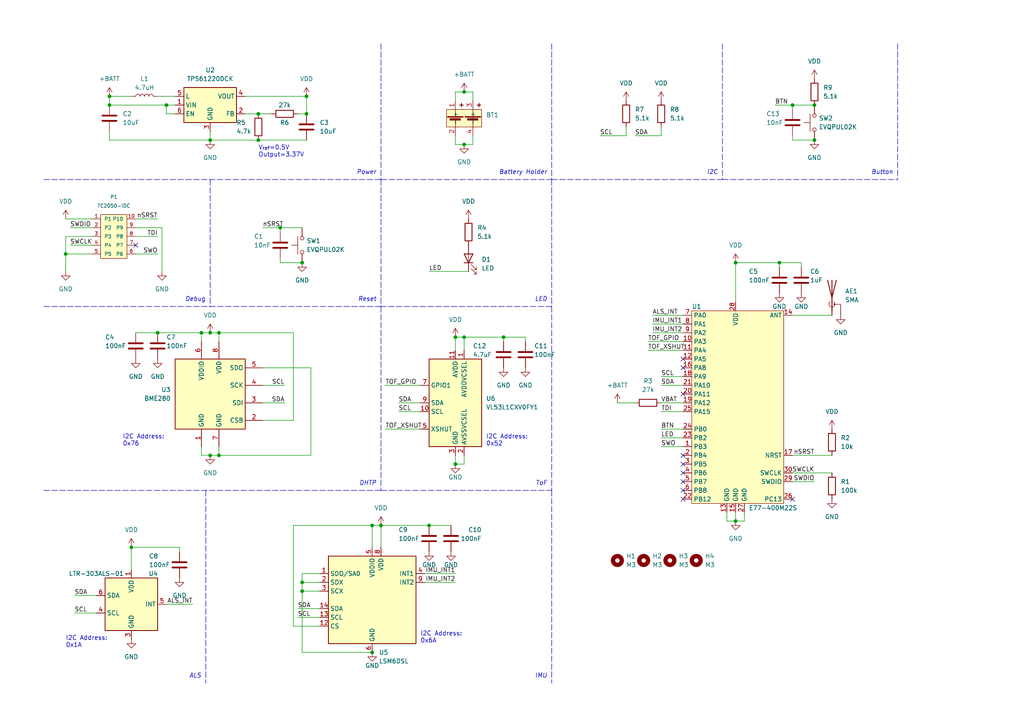
<source format=kicad_sch>
(kicad_sch (version 20230121) (generator eeschema)
  (paper "A4")
  (title_block (title "Pudding_LWNode") (date "2023-06-27") (rev "A0") (company "Pudding Industries"))
  (lib_symbols
    (symbol "Device:Antenna_Shield" (pin_numbers hide) (pin_names (offset 1.016) hide)
      (property "Reference" "AE" (at -1.905 4.445 0))
      (property "Value" "Antenna_Shield" (at -1.905 2.54 0))
      (symbol "Antenna_Shield_0_1"
        (arc (start -0.508 -1.143) (mid -0.8429 -2.1194) (end 0 -2.667))
        (arc (start 0 -2.667) (mid 0.7989 -2.1052) (end 0.508 -1.143))
        (polyline (pts (xy 0 -2.54) (xy 0 0)))
        (polyline (pts (xy 0 5.08) (xy 0 -3.81)) (stroke (width 0.254)))
        (polyline (pts (xy 0.762 -1.905) (xy 2.54 -1.905)))
        (polyline (pts (xy 2.54 -2.54) (xy 2.54 -1.905)))
        (polyline (pts (xy 1.27 5.08) (xy 0 0) (xy -1.27 5.08)) (stroke (width 0.254)))
        (circle (center 0.762 -1.905) (radius 0.1778) (fill (type outline)))
      )
      (symbol "Antenna_Shield_1_1"
        (pin input line (at 0 -5.08 90) (length 2.54) (name "A") (number "1"))
        (pin input line (at 2.54 -5.08 90) (length 2.54) (name "Shield") (number "2"))
      )
    )
    (symbol "Device:C" (pin_numbers hide) (pin_names (offset 0.254))
      (property "Reference" "C" (at 0.635 2.54 0))
      (property "Value" "C" (at 0.635 -2.54 0))
      (symbol "C_0_1"
        (polyline (pts (xy -2.032 -0.762) (xy 2.032 -0.762)) (stroke (width 0.508)))
        (polyline (pts (xy -2.032 0.762) (xy 2.032 0.762)) (stroke (width 0.508)))
      )
      (symbol "C_1_1"
        (pin passive line (at 0 3.81 270) (length 2.794) (name "~") (number "1"))
        (pin passive line (at 0 -3.81 90) (length 2.794) (name "~") (number "2"))
      )
    )
    (symbol "Device:L" (pin_numbers hide) (pin_names (offset 1.016) hide)
      (property "Reference" "L" (at -1.27 0 90))
      (property "Value" "L" (at 1.905 0 90))
      (symbol "L_0_1"
        (arc (start 0 -2.54) (mid 0.6323 -1.905) (end 0 -1.27))
        (arc (start 0 -1.27) (mid 0.6323 -0.635) (end 0 0))
        (arc (start 0 0) (mid 0.6323 0.635) (end 0 1.27))
        (arc (start 0 1.27) (mid 0.6323 1.905) (end 0 2.54))
      )
      (symbol "L_1_1"
        (pin passive line (at 0 3.81 270) (length 1.27) (name "1") (number "1"))
        (pin passive line (at 0 -3.81 90) (length 1.27) (name "2") (number "2"))
      )
    )
    (symbol "Device:LED" (pin_numbers hide) (pin_names (offset 1.016) hide)
      (property "Reference" "D" (at 0 2.54 0))
      (property "Value" "LED" (at 0 -2.54 0))
      (symbol "LED_0_1"
        (polyline (pts (xy -1.27 -1.27) (xy -1.27 1.27)) (stroke (width 0.254)))
        (polyline (pts (xy -1.27 0) (xy 1.27 0)))
        (polyline (pts (xy 1.27 -1.27) (xy 1.27 1.27) (xy -1.27 0) (xy 1.27 -1.27)) (stroke (width 0.254)))
        (polyline (pts (xy -3.048 -0.762) (xy -4.572 -2.286) (xy -3.81 -2.286) (xy -4.572 -2.286) (xy -4.572 -1.524)))
        (polyline (pts (xy -1.778 -0.762) (xy -3.302 -2.286) (xy -2.54 -2.286) (xy -3.302 -2.286) (xy -3.302 -1.524)))
      )
      (symbol "LED_1_1"
        (pin passive line (at -3.81 0 0) (length 2.54) (name "K") (number "1"))
        (pin passive line (at 3.81 0 180) (length 2.54) (name "A") (number "2"))
      )
    )
    (symbol "Device:R" (pin_numbers hide) (pin_names (offset 0))
      (property "Reference" "R" (at 2.032 0 90))
      (property "Value" "R" (at 0 0 90))
      (symbol "R_0_1"
        (rectangle (start -1.016 -2.54) (end 1.016 2.54) (stroke (width 0.254)))
      )
      (symbol "R_1_1"
        (pin passive line (at 0 3.81 270) (length 1.27) (name "~") (number "1"))
        (pin passive line (at 0 -3.81 90) (length 1.27) (name "~") (number "2"))
      )
    )
    (symbol "Device_Local:Battery_AA_2Pack" (in_bom no) (on_board no)
      (property "Reference" "BT" (at 0 6.35 0))
      (symbol "Battery_AA_2Pack_0_1"
        (rectangle (start -4.826 0.508) (end -0.254 0.254) (fill (type outline)))
        (rectangle (start -4.1148 -0.0762) (end -1.0668 -0.5842) (fill (type outline)))
        (polyline (pts (xy -2.54 -0.508) (xy -2.54 -2.54)))
        (polyline (pts (xy -2.54 0.508) (xy -2.54 2.54)))
        (polyline (pts (xy -1.27 3.81) (xy -0.254 3.81)) (stroke (width 0.254)))
        (polyline (pts (xy -0.762 4.318) (xy -0.762 3.302)) (stroke (width 0.254)))
        (polyline (pts (xy 2.54 -0.508) (xy 2.54 -2.54)))
        (polyline (pts (xy 2.54 0.508) (xy 2.54 2.54)))
        (polyline (pts (xy 3.81 3.81) (xy 4.826 3.81)) (stroke (width 0.254)))
        (polyline (pts (xy 4.318 4.318) (xy 4.318 3.302)) (stroke (width 0.254)))
        (rectangle (start 0.254 0.508) (end 4.826 0.254) (fill (type outline)))
        (rectangle (start 0.9652 -0.0762) (end 4.0132 -0.5842) (fill (type outline)))
      )
      (symbol "Battery_AA_2Pack_1_1"
        (rectangle (start -5.08 2.54) (end 5.08 -2.54) (fill (type background)))
        (pin passive line (at -2.54 5.08 270) (length 2.54) (name "+") (number "1"))
        (pin passive line (at -2.54 -5.08 90) (length 2.54) (name "-") (number "2"))
        (pin passive line (at 2.54 5.08 270) (length 2.54) (name "+") (number "3"))
        (pin passive line (at 2.54 -5.08 90) (length 2.54) (name "-") (number "4"))
      )
    )
    (symbol "Mechanical:MountingHole" (pin_names (offset 1.016))
      (property "Reference" "H" (at 0 5.08 0))
      (property "Value" "MountingHole" (at 0 3.175 0))
      (symbol "MountingHole_0_1"
        (circle (center 0 0) (radius 1.27) (stroke (width 1.27)))
      )
    )
    (symbol "RF_Module_Local:E77-400M22S"
      (property "Reference" "U" (at -11.43 27.94 0))
      (symbol "E77-400M22S_0_0"
        (pin tri_state line (at -15.24 -12.7 0) (length 2.54) (name "PB3") (number "1"))
        (pin tri_state line (at -15.24 17.78 0) (length 2.54) (name "PA3") (number "10"))
        (pin tri_state line (at -15.24 15.24 0) (length 2.54) (name "PA4") (number "11"))
        (pin tri_state line (at -15.24 12.7 0) (length 2.54) (name "PA5") (number "12"))
        (pin power_in line (at -2.54 -31.75 90) (length 2.54) (name "GND") (number "13"))
        (pin passive line (at 16.51 25.4 180) (length 2.54) (name "ANT") (number "14"))
        (pin power_in line (at 0 -31.75 90) (length 2.54) (name "GND") (number "15"))
        (pin tri_state line (at -15.24 10.16 0) (length 2.54) (name "PA8") (number "16"))
        (pin input line (at 16.51 -15.24 180) (length 2.54) (name "NRST") (number "17"))
        (pin tri_state line (at -15.24 7.62 0) (length 2.54) (name "PA9") (number "18"))
        (pin tri_state line (at -15.24 0 0) (length 2.54) (name "PA12") (number "19"))
        (pin tri_state line (at -15.24 -15.24 0) (length 2.54) (name "PB4") (number "2"))
        (pin tri_state line (at -15.24 2.54 0) (length 2.54) (name "PA11") (number "20"))
        (pin tri_state line (at -15.24 5.08 0) (length 2.54) (name "PA10") (number "21"))
        (pin tri_state line (at -15.24 -27.94 0) (length 2.54) (name "PB12") (number "22"))
        (pin tri_state line (at -15.24 -10.16 0) (length 2.54) (name "PB2") (number "23"))
        (pin tri_state line (at -15.24 -7.62 0) (length 2.54) (name "PB0") (number "24"))
        (pin tri_state line (at -15.24 -2.54 0) (length 2.54) (name "PA15") (number "25"))
        (pin tri_state line (at 16.51 -27.94 180) (length 2.54) (name "PC13") (number "26"))
        (pin power_in line (at 2.54 -31.75 90) (length 2.54) (name "GND") (number "27"))
        (pin power_in line (at 0 29.21 270) (length 2.54) (name "VDD") (number "28"))
        (pin bidirectional line (at 16.51 -22.86 180) (length 2.54) (name "SWDIO") (number "29"))
        (pin tri_state line (at -15.24 -17.78 0) (length 2.54) (name "PB5") (number "3"))
        (pin input line (at 16.51 -20.32 180) (length 2.54) (name "SWCLK") (number "30"))
        (pin tri_state line (at -15.24 -20.32 0) (length 2.54) (name "PB6") (number "4"))
        (pin tri_state line (at -15.24 -22.86 0) (length 2.54) (name "PB7") (number "5"))
        (pin tri_state line (at -15.24 -25.4 0) (length 2.54) (name "PB8") (number "6"))
        (pin tri_state line (at -15.24 25.4 0) (length 2.54) (name "PA0") (number "7"))
        (pin tri_state line (at -15.24 22.86 0) (length 2.54) (name "PA1") (number "8"))
        (pin tri_state line (at -15.24 20.32 0) (length 2.54) (name "PA2") (number "9"))
      )
      (symbol "E77-400M22S_1_1"
        (rectangle (start -12.7 26.67) (end 13.97 -29.21) (fill (type background)))
      )
    )
    (symbol "Regulator_Switching:TPS61220DCK"
      (property "Reference" "U" (at -7.62 6.35 0))
      (property "Value" "TPS61220DCK" (at 2.54 6.35 0))
      (symbol "TPS61220DCK_0_1"
        (rectangle (start -7.62 5.08) (end 7.62 -5.08) (stroke (width 0.254)) (fill (type background)))
      )
      (symbol "TPS61220DCK_1_1"
        (pin power_in line (at -10.16 0 0) (length 2.54) (name "VIN") (number "1"))
        (pin input line (at 10.16 -2.54 180) (length 2.54) (name "FB") (number "2"))
        (pin power_in line (at 0 -7.62 90) (length 2.54) (name "GND") (number "3"))
        (pin power_out line (at 10.16 2.54 180) (length 2.54) (name "VOUT") (number "4"))
        (pin power_in line (at -10.16 2.54 0) (length 2.54) (name "L") (number "5"))
        (pin input line (at -10.16 -2.54 0) (length 2.54) (name "EN") (number "6"))
      )
    )
    (symbol "Sensor:BME280"
      (property "Reference" "U" (at -8.89 11.43 0))
      (property "Value" "BME280" (at 7.62 11.43 0))
      (symbol "BME280_0_1"
        (rectangle (start -10.16 10.16) (end 10.16 -10.16) (stroke (width 0.254)) (fill (type background)))
      )
      (symbol "BME280_1_1"
        (pin power_in line (at -2.54 -15.24 90) (length 5.08) (name "GND") (number "1"))
        (pin input line (at 15.24 -7.62 180) (length 5.08) (name "CSB") (number "2"))
        (pin bidirectional line (at 15.24 -2.54 180) (length 5.08) (name "SDI") (number "3"))
        (pin input line (at 15.24 2.54 180) (length 5.08) (name "SCK") (number "4"))
        (pin bidirectional line (at 15.24 7.62 180) (length 5.08) (name "SDO") (number "5"))
        (pin power_in line (at -2.54 15.24 270) (length 5.08) (name "VDDIO") (number "6"))
        (pin power_in line (at 2.54 -15.24 90) (length 5.08) (name "GND") (number "7"))
        (pin power_in line (at 2.54 15.24 270) (length 5.08) (name "VDD") (number "8"))
      )
    )
    (symbol "Sensor_Distance:VL53L1CXV0FY1"
      (property "Reference" "U" (at -6.35 13.97 0))
      (property "Value" "VL53L1CXV0FY1" (at 12.065 13.97 0))
      (symbol "VL53L1CXV0FY1_0_1"
        (rectangle (start -7.62 12.7) (end 7.62 -12.7) (stroke (width 0.254)) (fill (type background)))
      )
      (symbol "VL53L1CXV0FY1_1_1"
        (pin power_in line (at 2.54 15.24 270) (length 2.54) (name "AVDDVCSEL") (number "1"))
        (pin input line (at -10.16 -2.54 0) (length 2.54) (name "SCL") (number "10"))
        (pin power_in line (at 0 15.24 270) (length 2.54) (name "AVDD") (number "11"))
        (pin passive line (at 0 -15.24 90) (length 2.54) hide (name "GND") (number "12"))
        (pin power_in line (at 2.54 -15.24 90) (length 2.54) (name "AVSSVCSEL") (number "2"))
        (pin power_in line (at 0 -15.24 90) (length 2.54) (name "GND") (number "3"))
        (pin passive line (at 0 -15.24 90) (length 2.54) hide (name "GND") (number "4"))
        (pin input line (at -10.16 -7.62 0) (length 2.54) (name "XSHUT") (number "5"))
        (pin passive line (at 0 -15.24 90) (length 2.54) hide (name "GND") (number "6"))
        (pin open_collector line (at -10.16 5.08 0) (length 2.54) (name "GPIO1") (number "7"))
        (pin no_connect line (at -7.62 7.62 0) (length 2.54) hide (name "DNC") (number "8"))
        (pin bidirectional line (at -10.16 0 0) (length 2.54) (name "SDA") (number "9"))
      )
    )
    (symbol "Sensor_Motion:LSM6DSL"
      (property "Reference" "U" (at -11.43 15.24 0))
      (property "Value" "LSM6DSL" (at -11.43 12.7 0))
      (symbol "LSM6DSL_0_1"
        (rectangle (start -12.7 12.7) (end 12.7 -12.7) (stroke (width 0.254)) (fill (type background)))
      )
      (symbol "LSM6DSL_1_1"
        (pin bidirectional line (at -15.24 7.62 0) (length 2.54) (name "SDO/SA0") (number "1"))
        (pin no_connect line (at 12.7 -5.08 180) (length 3.81) hide (name "NC") (number "10"))
        (pin no_connect line (at 12.7 -2.54 180) (length 3.81) hide (name "NC") (number "11"))
        (pin input line (at -15.24 -7.62 0) (length 2.54) (name "CS") (number "12"))
        (pin input line (at -15.24 -5.08 0) (length 2.54) (name "SCL") (number "13"))
        (pin bidirectional line (at -15.24 -2.54 0) (length 2.54) (name "SDA") (number "14"))
        (pin bidirectional line (at -15.24 5.08 0) (length 2.54) (name "SDX") (number "2"))
        (pin input line (at -15.24 2.54 0) (length 2.54) (name "SCX") (number "3"))
        (pin output line (at 15.24 7.62 180) (length 2.54) (name "INT1") (number "4"))
        (pin power_in line (at 0 15.24 270) (length 2.54) (name "VDDIO") (number "5"))
        (pin power_in line (at 0 -15.24 90) (length 2.54) (name "GND") (number "6"))
        (pin passive line (at 0 -15.24 90) (length 2.54) hide (name "GND") (number "7"))
        (pin power_in line (at 2.54 15.24 270) (length 2.54) (name "VDD") (number "8"))
        (pin output line (at 15.24 5.08 180) (length 2.54) (name "INT2") (number "9"))
      )
    )
    (symbol "Sensor_Optical:LTR-303ALS-01"
      (property "Reference" "U" (at -7.62 8.89 0))
      (property "Value" "LTR-303ALS-01" (at 1.27 8.89 0))
      (symbol "LTR-303ALS-01_0_1"
        (rectangle (start -7.62 7.62) (end 7.62 -7.62) (stroke (width 0.254)) (fill (type background)))
      )
      (symbol "LTR-303ALS-01_1_1"
        (pin power_in line (at 0 10.16 270) (length 2.54) (name "VDD") (number "1"))
        (pin no_connect line (at 2.54 0 180) (length 2.54) hide (name "NC") (number "2"))
        (pin power_in line (at 0 -10.16 90) (length 2.54) (name "GND") (number "3"))
        (pin input line (at -10.16 -2.54 0) (length 2.54) (name "SCL") (number "4"))
        (pin open_collector line (at 10.16 0 180) (length 2.54) (name "INT") (number "5"))
        (pin bidirectional line (at -10.16 2.54 0) (length 2.54) (name "SDA") (number "6"))
      )
    )
    (symbol "Switch:SW_Push" (pin_numbers hide) (pin_names (offset 1.016) hide)
      (property "Reference" "SW" (at 1.27 2.54 0))
      (property "Value" "SW_Push" (at 0 -1.524 0))
      (symbol "SW_Push_0_1"
        (circle (center -2.032 0) (radius 0.508))
        (polyline (pts (xy 0 1.27) (xy 0 3.048)))
        (polyline (pts (xy 2.54 1.27) (xy -2.54 1.27)))
        (circle (center 2.032 0) (radius 0.508))
        (pin passive line (at -5.08 0 0) (length 2.54) (name "1") (number "1"))
        (pin passive line (at 5.08 0 180) (length 2.54) (name "2") (number "2"))
      )
    )
    (symbol "Tag-Connect:TC2050-IDC" (pin_names (offset 1.016))
      (property "Reference" "P" (at -1.27 -7.62 0))
      (property "Value" "TC2050-IDC" (at 0 7.62 0))
      (symbol "TC2050-IDC_0_1"
        (rectangle (start 3.81 6.35) (end -3.81 -6.35) (fill (type background)))
      )
      (symbol "TC2050-IDC_1_1"
        (pin passive line (at -6.35 5.08 0) (length 2.54) (name "P1") (number "1"))
        (pin passive line (at 6.35 5.08 180) (length 2.54) (name "P10") (number "10"))
        (pin passive line (at -6.35 2.54 0) (length 2.54) (name "P2") (number "2"))
        (pin passive line (at -6.35 0 0) (length 2.54) (name "P3") (number "3"))
        (pin passive line (at -6.35 -2.54 0) (length 2.54) (name "P4") (number "4"))
        (pin passive line (at -6.35 -5.08 0) (length 2.54) (name "P5") (number "5"))
        (pin passive line (at 6.35 -5.08 180) (length 2.54) (name "P6") (number "6"))
        (pin passive line (at 6.35 -2.54 180) (length 2.54) (name "P7") (number "7"))
        (pin passive line (at 6.35 0 180) (length 2.54) (name "P8") (number "8"))
        (pin passive line (at 6.35 2.54 180) (length 2.54) (name "P9") (number "9"))
      )
    )
    (symbol "power:+BATT" (power) (pin_names (offset 0))
      (property "Value" "+BATT" (at 0 3.556 0))
      (symbol "+BATT_0_1"
        (polyline (pts (xy -0.762 1.27) (xy 0 2.54)))
        (polyline (pts (xy 0 0) (xy 0 2.54)))
        (polyline (pts (xy 0 2.54) (xy 0.762 1.27)))
      )
      (symbol "+BATT_1_1"
        (pin power_in line (at 0 0 90) (length 0) hide (name "+BATT") (number "1"))
      )
    )
    (symbol "power:GND" (power) (pin_names (offset 0))
      (property "Value" "GND" (at 0 -3.81 0))
      (symbol "GND_0_1"
        (polyline (pts (xy 0 0) (xy 0 -1.27) (xy 1.27 -1.27) (xy 0 -2.54) (xy -1.27 -1.27) (xy 0 -1.27)))
      )
      (symbol "GND_1_1"
        (pin power_in line (at 0 0 270) (length 0) hide (name "GND") (number "1"))
      )
    )
    (symbol "power:VDD" (power) (pin_names (offset 0))
      (property "Value" "VDD" (at 0 3.81 0))
      (symbol "VDD_0_1"
        (polyline (pts (xy -0.762 1.27) (xy 0 2.54)))
        (polyline (pts (xy 0 0) (xy 0 2.54)))
        (polyline (pts (xy 0 2.54) (xy 0.762 1.27)))
      )
      (symbol "VDD_1_1"
        (pin power_in line (at 0 0 90) (length 0) hide (name "VDD") (number "1"))
      )
    )
  )
  (junction (at 124.46 152.4))
  (junction (at 132.08 97.79))
  (junction (at 31.75 30.48))
  (junction (at 74.93 33.02))
  (junction (at 134.62 41.91))
  (junction (at 229.87 30.48))
  (junction (at 31.75 27.94))
  (junction (at 19.05 73.66))
  (junction (at 63.5 96.52))
  (junction (at 146.05 97.79))
  (junction (at 48.26 30.48))
  (junction (at 45.72 96.52))
  (junction (at 107.95 152.4))
  (junction (at 87.63 171.45))
  (junction (at 88.9 27.94))
  (junction (at 213.36 76.2))
  (junction (at 87.63 168.91))
  (junction (at 134.62 26.67))
  (junction (at 107.95 189.23))
  (junction (at 110.49 152.4))
  (junction (at 236.22 40.64))
  (junction (at 60.96 40.64))
  (junction (at 87.63 76.2))
  (junction (at 81.28 66.04))
  (junction (at 132.08 134.62))
  (junction (at 58.42 96.52))
  (junction (at 38.1 158.75))
  (junction (at 88.9 33.02))
  (junction (at 63.5 132.08))
  (junction (at 134.62 97.79))
  (junction (at 60.96 132.08))
  (junction (at 60.96 96.52))
  (junction (at 74.93 40.64))
  (junction (at 236.22 30.48))
  (junction (at 226.06 76.2))
  (junction (at 213.36 151.13))
  (no_connect (at 198.12 139.7))
  (no_connect (at 198.12 106.68))
  (no_connect (at 198.12 134.62))
  (no_connect (at 198.12 132.08))
  (no_connect (at 198.12 142.24))
  (no_connect (at 229.87 144.78))
  (no_connect (at 198.12 144.78))
  (no_connect (at 198.12 137.16))
  (no_connect (at 198.12 114.3))
  (no_connect (at 39.37 71.12))
  (no_connect (at 198.12 104.14))
  (wire (pts (xy 124.46 78.74) (xy 135.89 78.74)))
  (wire (pts (xy 146.05 97.79) (xy 146.05 99.06)))
  (wire (pts (xy 60.96 38.1) (xy 60.96 40.64)))
  (wire (pts (xy 92.71 181.61) (xy 85.09 181.61)))
  (wire (pts (xy 38.1 158.75) (xy 52.07 158.75)))
  (polyline (pts (xy 260.35 12.7) (xy 260.35 52.07)) (stroke (width 0) (type dash)))
  (polyline (pts (xy 60.96 52.07) (xy 60.96 88.9)) (stroke (width 0) (type dash)))
  (wire (pts (xy 124.46 152.4) (xy 130.81 152.4)))
  (wire (pts (xy 179.07 116.84) (xy 184.15 116.84)))
  (wire (pts (xy 191.77 39.37) (xy 191.77 36.83)))
  (wire (pts (xy 20.32 71.12) (xy 26.67 71.12)))
  (wire (pts (xy 76.2 111.76) (xy 82.55 111.76)))
  (wire (pts (xy 52.07 160.02) (xy 52.07 158.75)))
  (wire (pts (xy 134.62 134.62) (xy 134.62 132.08)))
  (wire (pts (xy 76.2 66.04) (xy 81.28 66.04)))
  (wire (pts (xy 74.93 33.02) (xy 78.74 33.02)))
  (wire (pts (xy 132.08 134.62) (xy 134.62 134.62)))
  (wire (pts (xy 71.12 27.94) (xy 88.9 27.94)))
  (wire (pts (xy 31.75 38.1) (xy 31.75 40.64)))
  (wire (pts (xy 137.16 29.21) (xy 137.16 26.67)))
  (wire (pts (xy 236.22 139.7) (xy 229.87 139.7)))
  (wire (pts (xy 92.71 166.37) (xy 87.63 166.37)))
  (wire (pts (xy 229.87 132.08) (xy 241.3 132.08)))
  (polyline (pts (xy 209.55 52.07) (xy 260.35 52.07)) (stroke (width 0) (type dash)))
  (polyline (pts (xy 110.49 52.07) (xy 160.02 52.07)) (stroke (width 0) (type dash)))
  (wire (pts (xy 198.12 109.22) (xy 191.77 109.22)))
  (wire (pts (xy 173.99 39.37) (xy 181.61 39.37)))
  (wire (pts (xy 191.77 116.84) (xy 198.12 116.84)))
  (wire (pts (xy 229.87 91.44) (xy 241.3 91.44)))
  (wire (pts (xy 58.42 129.54) (xy 58.42 132.08)))
  (wire (pts (xy 187.96 101.6) (xy 198.12 101.6)))
  (polyline (pts (xy 110.49 88.9) (xy 60.96 88.9)) (stroke (width 0) (type dash)))
  (wire (pts (xy 92.71 176.53) (xy 86.36 176.53)))
  (wire (pts (xy 137.16 39.37) (xy 137.16 41.91)))
  (wire (pts (xy 187.96 99.06) (xy 198.12 99.06)))
  (wire (pts (xy 46.99 66.04) (xy 46.99 78.74)))
  (wire (pts (xy 229.87 30.48) (xy 229.87 31.75)))
  (wire (pts (xy 229.87 30.48) (xy 236.22 30.48)))
  (wire (pts (xy 87.63 189.23) (xy 107.95 189.23)))
  (wire (pts (xy 137.16 41.91) (xy 134.62 41.91)))
  (wire (pts (xy 19.05 68.58) (xy 19.05 73.66)))
  (polyline (pts (xy 110.49 12.7) (xy 110.49 52.07)) (stroke (width 0) (type dash)))
  (polyline (pts (xy 12.7 88.9) (xy 60.96 88.9)) (stroke (width 0) (type dash)))
  (wire (pts (xy 63.5 96.52) (xy 60.96 96.52)))
  (wire (pts (xy 20.32 66.04) (xy 26.67 66.04)))
  (wire (pts (xy 123.19 168.91) (xy 132.08 168.91)))
  (wire (pts (xy 152.4 97.79) (xy 152.4 99.06)))
  (polyline (pts (xy 160.02 142.24) (xy 160.02 198.12)) (stroke (width 0) (type dash)))
  (wire (pts (xy 58.42 99.06) (xy 58.42 96.52)))
  (wire (pts (xy 111.76 111.76) (xy 121.92 111.76)))
  (wire (pts (xy 76.2 106.68) (xy 90.17 106.68)))
  (wire (pts (xy 226.06 76.2) (xy 232.41 76.2)))
  (wire (pts (xy 90.17 106.68) (xy 90.17 132.08)))
  (wire (pts (xy 198.12 111.76) (xy 191.77 111.76)))
  (wire (pts (xy 132.08 97.79) (xy 134.62 97.79)))
  (wire (pts (xy 71.12 33.02) (xy 74.93 33.02)))
  (wire (pts (xy 181.61 39.37) (xy 181.61 36.83)))
  (wire (pts (xy 210.82 148.59) (xy 210.82 151.13)))
  (wire (pts (xy 76.2 116.84) (xy 82.55 116.84)))
  (wire (pts (xy 87.63 168.91) (xy 92.71 168.91)))
  (wire (pts (xy 31.75 27.94) (xy 38.1 27.94)))
  (polyline (pts (xy 59.69 142.24) (xy 59.69 198.12)) (stroke (width 0) (type dash)))
  (wire (pts (xy 50.8 33.02) (xy 48.26 33.02)))
  (wire (pts (xy 132.08 97.79) (xy 132.08 101.6)))
  (wire (pts (xy 189.23 93.98) (xy 198.12 93.98)))
  (wire (pts (xy 111.76 124.46) (xy 121.92 124.46)))
  (wire (pts (xy 213.36 151.13) (xy 215.9 151.13)))
  (polyline (pts (xy 160.02 52.07) (xy 209.55 52.07)) (stroke (width 0) (type dash)))
  (wire (pts (xy 132.08 39.37) (xy 132.08 41.91)))
  (wire (pts (xy 85.09 152.4) (xy 107.95 152.4)))
  (wire (pts (xy 189.23 91.44) (xy 198.12 91.44)))
  (wire (pts (xy 45.72 96.52) (xy 58.42 96.52)))
  (polyline (pts (xy 160.02 88.9) (xy 110.49 88.9)) (stroke (width 0) (type dash)))
  (wire (pts (xy 110.49 152.4) (xy 110.49 158.75)))
  (wire (pts (xy 85.09 96.52) (xy 63.5 96.52)))
  (wire (pts (xy 87.63 171.45) (xy 92.71 171.45)))
  (wire (pts (xy 31.75 40.64) (xy 60.96 40.64)))
  (polyline (pts (xy 110.49 52.07) (xy 110.49 88.9)) (stroke (width 0) (type dash)))
  (wire (pts (xy 134.62 97.79) (xy 134.62 101.6)))
  (wire (pts (xy 39.37 63.5) (xy 45.72 63.5)))
  (wire (pts (xy 132.08 132.08) (xy 132.08 134.62)))
  (wire (pts (xy 215.9 151.13) (xy 215.9 148.59)))
  (wire (pts (xy 39.37 68.58) (xy 45.72 68.58)))
  (wire (pts (xy 38.1 158.75) (xy 38.1 165.1)))
  (wire (pts (xy 63.5 132.08) (xy 60.96 132.08)))
  (wire (pts (xy 226.06 76.2) (xy 213.36 76.2)))
  (wire (pts (xy 121.92 116.84) (xy 115.57 116.84)))
  (wire (pts (xy 19.05 63.5) (xy 26.67 63.5)))
  (wire (pts (xy 39.37 66.04) (xy 46.99 66.04)))
  (wire (pts (xy 63.5 99.06) (xy 63.5 96.52)))
  (wire (pts (xy 63.5 129.54) (xy 63.5 132.08)))
  (wire (pts (xy 134.62 97.79) (xy 146.05 97.79)))
  (wire (pts (xy 50.8 30.48) (xy 48.26 30.48)))
  (wire (pts (xy 76.2 121.92) (xy 85.09 121.92)))
  (wire (pts (xy 88.9 27.94) (xy 88.9 33.02)))
  (wire (pts (xy 45.72 27.94) (xy 50.8 27.94)))
  (polyline (pts (xy 110.49 142.24) (xy 160.02 142.24)) (stroke (width 0) (type dash)))
  (wire (pts (xy 48.26 33.02) (xy 48.26 30.48)))
  (wire (pts (xy 48.26 175.26) (xy 55.88 175.26)))
  (wire (pts (xy 226.06 77.47) (xy 226.06 76.2)))
  (wire (pts (xy 110.49 152.4) (xy 124.46 152.4)))
  (wire (pts (xy 19.05 73.66) (xy 26.67 73.66)))
  (wire (pts (xy 39.37 96.52) (xy 45.72 96.52)))
  (wire (pts (xy 224.79 30.48) (xy 229.87 30.48)))
  (wire (pts (xy 146.05 97.79) (xy 152.4 97.79)))
  (wire (pts (xy 58.42 96.52) (xy 60.96 96.52)))
  (polyline (pts (xy 160.02 52.07) (xy 160.02 88.9)) (stroke (width 0) (type dash)))
  (wire (pts (xy 81.28 74.93) (xy 81.28 76.2)))
  (polyline (pts (xy 12.7 52.07) (xy 110.49 52.07)) (stroke (width 0) (type dash)))
  (wire (pts (xy 184.15 39.37) (xy 191.77 39.37)))
  (wire (pts (xy 90.17 132.08) (xy 63.5 132.08)))
  (wire (pts (xy 87.63 171.45) (xy 87.63 189.23)))
  (polyline (pts (xy 160.02 12.7) (xy 160.02 52.07)) (stroke (width 0) (type dash)))
  (wire (pts (xy 132.08 29.21) (xy 132.08 26.67)))
  (wire (pts (xy 229.87 137.16) (xy 241.3 137.16)))
  (wire (pts (xy 191.77 127) (xy 198.12 127)))
  (wire (pts (xy 27.94 177.8) (xy 21.59 177.8)))
  (wire (pts (xy 58.42 132.08) (xy 60.96 132.08)))
  (wire (pts (xy 19.05 68.58) (xy 26.67 68.58)))
  (wire (pts (xy 87.63 166.37) (xy 87.63 168.91)))
  (wire (pts (xy 229.87 40.64) (xy 236.22 40.64)))
  (wire (pts (xy 191.77 124.46) (xy 198.12 124.46)))
  (polyline (pts (xy 160.02 88.9) (xy 160.02 142.24)) (stroke (width 0) (type dash)))
  (wire (pts (xy 198.12 119.38) (xy 191.77 119.38)))
  (wire (pts (xy 123.19 166.37) (xy 132.08 166.37)))
  (wire (pts (xy 137.16 26.67) (xy 134.62 26.67)))
  (wire (pts (xy 60.96 40.64) (xy 74.93 40.64)))
  (polyline (pts (xy 12.7 142.24) (xy 110.49 142.24)) (stroke (width 0) (type dash)))
  (wire (pts (xy 107.95 158.75) (xy 107.95 152.4)))
  (wire (pts (xy 121.92 119.38) (xy 115.57 119.38)))
  (wire (pts (xy 19.05 73.66) (xy 19.05 78.74)))
  (wire (pts (xy 232.41 77.47) (xy 232.41 76.2)))
  (wire (pts (xy 31.75 30.48) (xy 31.75 27.94)))
  (wire (pts (xy 213.36 148.59) (xy 213.36 151.13)))
  (wire (pts (xy 210.82 151.13) (xy 213.36 151.13)))
  (wire (pts (xy 48.26 30.48) (xy 31.75 30.48)))
  (wire (pts (xy 27.94 172.72) (xy 21.59 172.72)))
  (wire (pts (xy 132.08 26.67) (xy 134.62 26.67)))
  (polyline (pts (xy 209.55 12.7) (xy 209.55 52.07)) (stroke (width 0) (type dash)))
  (wire (pts (xy 74.93 40.64) (xy 88.9 40.64)))
  (wire (pts (xy 132.08 41.91) (xy 134.62 41.91)))
  (wire (pts (xy 229.87 39.37) (xy 229.87 40.64)))
  (wire (pts (xy 81.28 76.2) (xy 87.63 76.2)))
  (wire (pts (xy 85.09 181.61) (xy 85.09 152.4)))
  (wire (pts (xy 39.37 73.66) (xy 45.72 73.66)))
  (wire (pts (xy 92.71 179.07) (xy 86.36 179.07)))
  (wire (pts (xy 87.63 168.91) (xy 87.63 171.45)))
  (wire (pts (xy 81.28 66.04) (xy 81.28 67.31)))
  (wire (pts (xy 189.23 96.52) (xy 198.12 96.52)))
  (wire (pts (xy 198.12 129.54) (xy 191.77 129.54)))
  (wire (pts (xy 85.09 121.92) (xy 85.09 96.52)))
  (wire (pts (xy 86.36 33.02) (xy 88.9 33.02)))
  (wire (pts (xy 107.95 152.4) (xy 110.49 152.4)))
  (wire (pts (xy 213.36 76.2) (xy 213.36 87.63)))
  (wire (pts (xy 81.28 66.04) (xy 87.63 66.04)))
  (polyline (pts (xy 110.49 88.9) (xy 110.49 142.24)) (stroke (width 0) (type dash)))
  (text "ALS" (at 58.42 196.85 0) (effects (font (size 1.27 1.27) italic) (justify right bottom)))
  (text "DHTP" (at 109.22 140.97 0) (effects (font (size 1.27 1.27) italic) (justify right bottom)))
  (text "ToF" (at 158.75 140.97 0) (effects (font (size 1.27 1.27) italic) (justify right bottom)))
  (text "I2C Address:\n0x76" (at 35.56 129.54 0) (effects (font (size 1.27 1.27)) (justify left bottom)))
  (text "I2C Address:\n0x1A" (at 19.05 187.96 0) (effects (font (size 1.27 1.27)) (justify left bottom)))
  (text "LED" (at 158.75 87.63 0) (effects (font (size 1.27 1.27) italic) (justify right bottom)))
  (text "V_{ref}=0.5V\nOutput=3.37V" (at 74.93 45.72 0) (effects (font (size 1.27 1.27)) (justify left bottom)))
  (text "I2C" (at 208.28 50.8 0) (effects (font (size 1.27 1.27) italic) (justify right bottom)))
  (text "Battery Holder" (at 158.75 50.8 0) (effects (font (size 1.27 1.27) italic) (justify right bottom)))
  (text "Reset" (at 109.22 87.63 0) (effects (font (size 1.27 1.27) italic) (justify right bottom)))
  (text "Debug" (at 59.69 87.63 0) (effects (font (size 1.27 1.27) italic) (justify right bottom)))
  (text "I2C Address:\n0x6A" (at 121.92 186.69 0) (effects (font (size 1.27 1.27)) (justify left bottom)))
  (text "Power" (at 109.22 50.8 0) (effects (font (size 1.27 1.27) italic) (justify right bottom)))
  (text "I2C Address:\n0x52" (at 140.97 129.54 0) (effects (font (size 1.27 1.27)) (justify left bottom)))
  (text "Button" (at 259.08 50.8 0) (effects (font (size 1.27 1.27) italic) (justify right bottom)))
  (text "IMU" (at 158.75 196.85 0) (effects (font (size 1.27 1.27) italic) (justify right bottom)))
  (label "VBAT" (at 191.77 116.84 0))
  (label "IMU_INT1" (at 132.08 166.37 180))
  (label "IMU_INT1" (at 189.23 93.98 0))
  (label "SCL" (at 115.57 119.38 0))
  (label "BTN" (at 224.79 30.48 0))
  (label "SDA" (at 191.77 111.76 0))
  (label "ALS_INT" (at 55.88 175.26 180))
  (label "SDA" (at 21.59 172.72 0))
  (label "SCL" (at 21.59 177.8 0))
  (label "TDI" (at 191.77 119.38 0))
  (label "SWCLK" (at 236.22 137.16 180))
  (label "IMU_INT2" (at 189.23 96.52 0))
  (label "LED" (at 124.46 78.74 0))
  (label "TOF_XSHUT" (at 111.76 124.46 0))
  (label "SDA" (at 86.36 176.53 0))
  (label "TOF_GPIO" (at 111.76 111.76 0))
  (label "SCL" (at 191.77 109.22 0))
  (label "TOF_XSHUT" (at 187.96 101.6 0))
  (label "SDA" (at 82.55 116.84 180))
  (label "LED" (at 191.77 127 0))
  (label "SWO" (at 191.77 129.54 0))
  (label "BTN" (at 191.77 124.46 0))
  (label "nSRST" (at 236.22 132.08 180))
  (label "SDA" (at 115.57 116.84 0))
  (label "SWCLK" (at 20.32 71.12 0))
  (label "SCL" (at 82.55 111.76 180))
  (label "SWDIO" (at 236.22 139.7 180))
  (label "SWDIO" (at 20.32 66.04 0))
  (label "TOF_GPIO" (at 187.96 99.06 0))
  (label "nSRST" (at 45.72 63.5 180))
  (label "SWO" (at 45.72 73.66 180))
  (label "nSRST" (at 76.2 66.04 0))
  (label "SCL" (at 86.36 179.07 0))
  (label "SDA" (at 184.15 39.37 0))
  (label "TDI" (at 45.72 68.58 180))
  (label "ALS_INT" (at 189.23 91.44 0))
  (label "IMU_INT2" (at 132.08 168.91 180))
  (label "SCL" (at 173.99 39.37 0))
  (symbol (lib_id "Device_Local:Battery_AA_2Pack") (at 134.62 34.29 0) (unit 1)
    (property "Reference" "BT1" (at 140.97 33.3375 0) (effects (justify left)))
    (property "Value" "~" (at 137.16 34.29 0))
    (property "Footprint" "Battery_Local:BH-AA-B5BA015" (effects hide))
  )
  (symbol (lib_id "Device:R") (at 74.93 36.83 0) (unit 1)
    (property "Reference" "R5" (at 68.58 35.56 0) (effects (justify left)))
    (property "Value" "4.7k" (at 68.58 38.1 0) (effects (justify left)))
    (property "Footprint" "Resistor_SMD:R_0603_1608Metric" (effects hide))
  )
  (symbol (lib_id "power:GND") (at 38.1 185.42 0) (mirror y) (unit 1)
    (property "Reference" "#PWR024" (effects hide))
    (property "Value" "GND" (at 38.1 190.5 0))
  )
  (symbol (lib_id "Device:Antenna_Shield") (at 241.3 86.36 0) (unit 1)
    (property "Reference" "AE1" (at 245.11 84.455 0) (effects (justify left)))
    (property "Value" "SMA" (at 245.11 86.995 0) (effects (justify left)))
    (property "Footprint" "Connector_Coaxial:SMA_Samtec_SMA-J-P-X-ST-EM1_EdgeMount" (effects hide))
  )
  (symbol (lib_id "power:GND") (at 232.41 85.09 0) (mirror y) (unit 1)
    (property "Reference" "#PWR020" (effects hide))
    (property "Value" "GND" (at 232.41 88.9 0))
  )
  (symbol (lib_id "Device:C") (at 232.41 81.28 0) (unit 1)
    (property "Reference" "C6" (at 234.95 78.74 0) (effects (justify left)))
    (property "Value" "1uF" (at 234.95 81.28 0) (effects (justify left)))
    (property "Footprint" "Capacitor_SMD:C_0603_1608Metric" (effects hide))
  )
  (symbol (lib_id "Device:C") (at 45.72 100.33 0) (unit 1)
    (property "Reference" "C7" (at 48.26 97.79 0) (effects (justify left)))
    (property "Value" "100nF" (at 48.26 100.33 0) (effects (justify left)))
    (property "Footprint" "Capacitor_SMD:C_0603_1608Metric" (effects hide))
  )
  (symbol (lib_id "Device:R") (at 191.77 33.02 0) (unit 1)
    (property "Reference" "R8" (at 194.31 31.75 0) (effects (justify left)))
    (property "Value" "5.1k" (at 194.31 34.29 0) (effects (justify left)))
    (property "Footprint" "Resistor_SMD:R_0603_1608Metric" (effects hide))
  )
  (symbol (lib_id "power:VDD") (at 236.22 22.86 0) (unit 1)
    (property "Reference" "#PWR037" (effects hide))
    (property "Value" "VDD" (at 236.22 17.78 0))
  )
  (symbol (lib_id "Sensor_Distance:VL53L1CXV0FY1") (at 132.08 116.84 0) (unit 1)
    (property "Reference" "U6" (at 140.97 115.57 0) (effects (justify left)))
    (property "Value" "VL53L1CXV0FY1" (at 140.97 118.11 0) (effects (justify left)))
    (property "Footprint" "Sensor_Distance:ST_VL53L1x" (effects hide))
    (property "Datasheet" "https://www.st.com/resource/en/datasheet/vl53l1x.pdf" (effects hide))
  )
  (symbol (lib_id "Device:R") (at 187.96 116.84 90) (unit 1)
    (property "Reference" "R3" (at 187.96 110.49 90))
    (property "Value" "27k" (at 187.96 113.03 90))
    (property "Footprint" "Resistor_SMD:R_0603_1608Metric" (effects hide))
  )
  (symbol (lib_id "power:GND") (at 130.81 160.02 0) (mirror y) (unit 1)
    (property "Reference" "#PWR029" (effects hide))
    (property "Value" "GND" (at 130.81 163.83 0))
  )
  (symbol (lib_id "Device:C") (at 52.07 163.83 0) (unit 1)
    (property "Reference" "C8" (at 43.18 161.29 0) (effects (justify left)))
    (property "Value" "100nF" (at 43.18 163.83 0) (effects (justify left)))
    (property "Footprint" "Capacitor_SMD:C_0603_1608Metric" (effects hide))
  )
  (symbol (lib_id "power:GND") (at 60.96 40.64 0) (unit 1)
    (property "Reference" "#PWR013" (effects hide))
    (property "Value" "GND" (at 60.96 45.72 0))
  )
  (symbol (lib_id "power:VDD") (at 181.61 29.21 0) (unit 1)
    (property "Reference" "#PWR034" (effects hide))
    (property "Value" "VDD" (at 181.61 24.13 0))
  )
  (symbol (lib_id "power:VDD") (at 88.9 27.94 0) (unit 1)
    (property "Reference" "#PWR014" (effects hide))
    (property "Value" "VDD" (at 88.9 22.86 0))
  )
  (symbol (lib_id "power:VDD") (at 132.08 97.79 0) (mirror y) (unit 1)
    (property "Reference" "#PWR031" (effects hide))
    (property "Value" "VDD" (at 132.08 92.71 0))
  )
  (symbol (lib_id "Tag-Connect:TC2050-IDC") (at 33.02 68.58 0) (unit 1)
    (property "Reference" "P1" (at 33.02 57.15 0) (effects (font (size 1.016 1.016))))
    (property "Value" "TC2050-IDC" (at 33.02 59.69 0) (effects (font (size 1.016 1.016))))
    (property "Footprint" "Tag_Connect:TC2050-IDC-FP" (effects hide))
  )
  (symbol (lib_id "Device:C") (at 229.87 35.56 0) (unit 1)
    (property "Reference" "C13" (at 222.25 33.02 0) (effects (justify left)))
    (property "Value" "10nF" (at 222.25 35.56 0) (effects (justify left)))
    (property "Footprint" "Capacitor_SMD:C_0603_1608Metric" (effects hide))
  )
  (symbol (lib_id "Device:C") (at 130.81 156.21 0) (mirror y) (unit 1)
    (property "Reference" "C10" (at 139.7 153.67 0) (effects (justify left)))
    (property "Value" "100nF" (at 139.7 156.21 0) (effects (justify left)))
    (property "Footprint" "Capacitor_SMD:C_0603_1608Metric" (effects hide))
  )
  (symbol (lib_id "power:GND") (at 241.3 144.78 0) (mirror y) (unit 1)
    (property "Reference" "#PWR06" (effects hide))
    (property "Value" "GND" (at 241.3 149.86 0))
  )
  (symbol (lib_id "power:GND") (at 146.05 106.68 0) (mirror y) (unit 1)
    (property "Reference" "#PWR033" (effects hide))
    (property "Value" "GND" (at 146.05 111.76 0))
  )
  (symbol (lib_id "power:VDD") (at 191.77 29.21 0) (unit 1)
    (property "Reference" "#PWR035" (effects hide))
    (property "Value" "VDD" (at 191.77 24.13 0))
  )
  (symbol (lib_id "power:GND") (at 87.63 76.2 0) (mirror y) (unit 1)
    (property "Reference" "#PWR011" (effects hide))
    (property "Value" "GND" (at 87.63 81.28 0))
  )
  (symbol (lib_id "Device:R") (at 236.22 26.67 0) (unit 1)
    (property "Reference" "R9" (at 238.76 25.4 0) (effects (justify left)))
    (property "Value" "5.1k" (at 238.76 27.94 0) (effects (justify left)))
    (property "Footprint" "Resistor_SMD:R_0603_1608Metric" (effects hide))
  )
  (symbol (lib_id "Mechanical:MountingHole") (at 194.31 162.56 0) (unit 1)
    (property "Reference" "H3" (at 196.85 161.29 0) (effects (justify left)))
    (property "Value" "M3" (at 196.85 163.83 0) (effects (justify left)))
    (property "Footprint" "MountingHole:MountingHole_3.2mm_M3" (effects hide))
  )
  (symbol (lib_id "power:GND") (at 45.72 104.14 0) (mirror y) (unit 1)
    (property "Reference" "#PWR019" (effects hide))
    (property "Value" "GND" (at 45.72 109.22 0))
  )
  (symbol (lib_id "Device:C") (at 152.4 102.87 0) (unit 1)
    (property "Reference" "C11" (at 154.94 100.33 0) (effects (justify left)))
    (property "Value" "100nF" (at 154.94 102.87 0) (effects (justify left)))
    (property "Footprint" "Capacitor_SMD:C_0603_1608Metric" (effects hide))
  )
  (symbol (lib_id "power:GND") (at 213.36 151.13 0) (mirror y) (unit 1)
    (property "Reference" "#PWR02" (effects hide))
    (property "Value" "GND" (at 213.36 156.21 0))
  )
  (symbol (lib_id "power:VDD") (at 110.49 152.4 0) (unit 1)
    (property "Reference" "#PWR026" (effects hide))
    (property "Value" "VDD" (at 110.49 147.32 0))
  )
  (symbol (lib_id "Device:C") (at 124.46 156.21 0) (unit 1)
    (property "Reference" "C9" (at 115.57 153.67 0) (effects (justify left)))
    (property "Value" "100nF" (at 115.57 156.21 0) (effects (justify left)))
    (property "Footprint" "Capacitor_SMD:C_0603_1608Metric" (effects hide))
  )
  (symbol (lib_id "Sensor_Optical:LTR-303ALS-01") (at 38.1 175.26 0) (unit 1)
    (property "Reference" "U4" (at 44.45 166.37 0))
    (property "Value" "LTR-303ALS-01" (at 27.94 166.37 0))
    (property "Footprint" "OptoDevice:Lite-On_LTR-303ALS-01" (effects hide))
    (property "Datasheet" "http://optoelectronics.liteon.com/upload/download/DS86-2013-0004/LTR-303ALS-01_DS_V1.pdf" (effects hide))
  )
  (symbol (lib_id "Device:L") (at 41.91 27.94 90) (unit 1)
    (property "Reference" "L1" (at 41.91 22.86 90))
    (property "Value" "4.7uH" (at 41.91 25.4 90))
    (property "Footprint" "Inductor_SMD:L_1210_3225Metric" (effects hide))
  )
  (symbol (lib_id "Switch:SW_Push") (at 236.22 35.56 90) (unit 1)
    (property "Reference" "SW2" (at 237.49 34.29 90) (effects (justify right)))
    (property "Value" "EVQPUL02K" (at 237.49 36.83 90) (effects (justify right)))
    (property "Footprint" "Button_Switch_SMD:Panasonic_EVQPUL_EVQPUC" (effects hide))
  )
  (symbol (lib_id "power:VDD") (at 135.89 63.5 0) (unit 1)
    (property "Reference" "#PWR010" (effects hide))
    (property "Value" "VDD" (at 135.89 58.42 0))
  )
  (symbol (lib_id "power:VDD") (at 213.36 76.2 0) (unit 1)
    (property "Reference" "#PWR01" (effects hide))
    (property "Value" "VDD" (at 213.36 71.12 0))
  )
  (symbol (lib_id "power:GND") (at 243.84 91.44 0) (mirror y) (unit 1)
    (property "Reference" "#PWR08" (effects hide))
    (property "Value" "GND" (at 243.84 96.52 0))
  )
  (symbol (lib_id "Device:R") (at 181.61 33.02 0) (unit 1)
    (property "Reference" "R7" (at 184.15 31.75 0) (effects (justify left)))
    (property "Value" "5.1k" (at 184.15 34.29 0) (effects (justify left)))
    (property "Footprint" "Resistor_SMD:R_0603_1608Metric" (effects hide))
  )
  (symbol (lib_id "Mechanical:MountingHole") (at 179.07 162.56 0) (unit 1)
    (property "Reference" "H1" (at 181.61 161.29 0) (effects (justify left)))
    (property "Value" "M3" (at 181.61 163.83 0) (effects (justify left)))
    (property "Footprint" "MountingHole:MountingHole_3.2mm_M3" (effects hide))
  )
  (symbol (lib_id "Device:R") (at 82.55 33.02 90) (unit 1)
    (property "Reference" "R6" (at 82.55 35.56 90))
    (property "Value" "27k" (at 82.55 30.48 90))
    (property "Footprint" "Resistor_SMD:R_0603_1608Metric" (effects hide))
  )
  (symbol (lib_id "power:VDD") (at 19.05 63.5 0) (mirror y) (unit 1)
    (property "Reference" "#PWR03" (effects hide))
    (property "Value" "VDD" (at 19.05 58.42 0))
  )
  (symbol (lib_id "Device:C") (at 146.05 102.87 0) (unit 1)
    (property "Reference" "C12" (at 137.16 100.33 0) (effects (justify left)))
    (property "Value" "4.7uF" (at 137.16 102.87 0) (effects (justify left)))
    (property "Footprint" "Capacitor_SMD:C_0603_1608Metric" (effects hide))
  )
  (symbol (lib_id "power:GND") (at 132.08 134.62 0) (unit 1)
    (property "Reference" "#PWR030" (effects hide))
    (property "Value" "GND" (at 132.08 138.43 0))
  )
  (symbol (lib_id "power:VDD") (at 241.3 124.46 0) (unit 1)
    (property "Reference" "#PWR07" (effects hide))
    (property "Value" "VDD" (at 241.3 119.38 0))
  )
  (symbol (lib_id "Device:R") (at 241.3 128.27 0) (unit 1)
    (property "Reference" "R2" (at 243.84 127 0) (effects (justify left)))
    (property "Value" "10k" (at 243.84 129.54 0) (effects (justify left)))
    (property "Footprint" "Resistor_SMD:R_0603_1608Metric" (effects hide))
  )
  (symbol (lib_id "Device:C") (at 226.06 81.28 0) (unit 1)
    (property "Reference" "C5" (at 217.17 78.74 0) (effects (justify left)))
    (property "Value" "100nF" (at 217.17 81.28 0) (effects (justify left)))
    (property "Footprint" "Capacitor_SMD:C_0603_1608Metric" (effects hide))
  )
  (symbol (lib_id "Sensor_Motion:LSM6DSL") (at 107.95 173.99 0) (unit 1)
    (property "Reference" "U5" (at 109.9059 189.23 0) (effects (justify left)))
    (property "Value" "LSM6DSL" (at 109.9059 191.77 0) (effects (justify left)))
    (property "Footprint" "Package_LGA:LGA-14_3x2.5mm_P0.5mm_LayoutBorder3x4y" (effects hide))
    (property "Datasheet" "https://www.st.com/resource/en/datasheet/lsm6dsl.pdf" (effects hide))
  )
  (symbol (lib_id "power:VDD") (at 60.96 96.52 0) (unit 1)
    (property "Reference" "#PWR018" (effects hide))
    (property "Value" "VDD" (at 60.96 91.44 0))
  )
  (symbol (lib_id "power:GND") (at 60.96 132.08 0) (mirror y) (unit 1)
    (property "Reference" "#PWR017" (effects hide))
    (property "Value" "GND" (at 60.96 137.16 0))
  )
  (symbol (lib_id "Device:C") (at 31.75 34.29 0) (unit 1)
    (property "Reference" "C2" (at 35.56 33.02 0) (effects (justify left)))
    (property "Value" "10uF" (at 35.56 35.56 0) (effects (justify left)))
    (property "Footprint" "Capacitor_SMD:C_0603_1608Metric" (effects hide))
  )
  (symbol (lib_id "Mechanical:MountingHole") (at 201.93 162.56 0) (unit 1)
    (property "Reference" "H4" (at 204.47 161.29 0) (effects (justify left)))
    (property "Value" "M3" (at 204.47 163.83 0) (effects (justify left)))
    (property "Footprint" "MountingHole:MountingHole_3.2mm_M3" (effects hide))
  )
  (symbol (lib_id "Device:C") (at 88.9 36.83 0) (unit 1)
    (property "Reference" "C3" (at 92.71 35.56 0) (effects (justify left)))
    (property "Value" "10uF" (at 92.71 38.1 0) (effects (justify left)))
    (property "Footprint" "Capacitor_SMD:C_0603_1608Metric" (effects hide))
  )
  (symbol (lib_id "Device:R") (at 241.3 140.97 0) (unit 1)
    (property "Reference" "R1" (at 243.84 139.7 0) (effects (justify left)))
    (property "Value" "100k" (at 243.84 142.24 0) (effects (justify left)))
    (property "Footprint" "Resistor_SMD:R_0603_1608Metric" (effects hide))
  )
  (symbol (lib_id "power:GND") (at 236.22 40.64 0) (mirror y) (unit 1)
    (property "Reference" "#PWR036" (effects hide))
    (property "Value" "GND" (at 236.22 45.72 0))
  )
  (symbol (lib_id "Device:R") (at 135.89 67.31 0) (unit 1)
    (property "Reference" "R4" (at 138.43 66.04 0) (effects (justify left)))
    (property "Value" "5.1k" (at 138.43 68.58 0) (effects (justify left)))
    (property "Footprint" "Resistor_SMD:R_0603_1608Metric" (effects hide))
  )
  (symbol (lib_id "power:GND") (at 52.07 167.64 0) (mirror y) (unit 1)
    (property "Reference" "#PWR025" (effects hide))
    (property "Value" "GND" (at 52.07 172.72 0))
  )
  (symbol (lib_id "power:+BATT") (at 134.62 26.67 0) (unit 1)
    (property "Reference" "#PWR015" (effects hide))
    (property "Value" "+BATT" (at 134.62 21.59 0))
  )
  (symbol (lib_id "power:VDD") (at 38.1 158.75 0) (unit 1)
    (property "Reference" "#PWR023" (effects hide))
    (property "Value" "VDD" (at 38.1 153.67 0))
  )
  (symbol (lib_id "Device:C") (at 39.37 100.33 0) (unit 1)
    (property "Reference" "C4" (at 30.48 97.79 0) (effects (justify left)))
    (property "Value" "100nF" (at 30.48 100.33 0) (effects (justify left)))
    (property "Footprint" "Capacitor_SMD:C_0603_1608Metric" (effects hide))
  )
  (symbol (lib_id "RF_Module_Local:E77-400M22S") (at 213.36 116.84 0) (unit 1)
    (property "Reference" "U1" (at 200.66 88.9 0) (effects (justify left)))
    (property "Value" "E77-400M22S" (at 217.17 147.32 0) (effects (justify left)))
    (property "Footprint" "RF_Module_Local:E77-400M22S" (effects hide))
  )
  (symbol (lib_id "power:GND") (at 107.95 189.23 0) (mirror y) (unit 1)
    (property "Reference" "#PWR028" (effects hide))
    (property "Value" "GND" (at 107.95 193.04 0))
  )
  (symbol (lib_id "power:GND") (at 124.46 160.02 0) (mirror y) (unit 1)
    (property "Reference" "#PWR027" (effects hide))
    (property "Value" "GND" (at 124.46 163.83 0))
  )
  (symbol (lib_id "power:GND") (at 46.99 78.74 0) (unit 1)
    (property "Reference" "#PWR05" (effects hide))
    (property "Value" "GND" (at 46.99 83.82 0))
  )
  (symbol (lib_id "power:+BATT") (at 179.07 116.84 0) (unit 1)
    (property "Reference" "#PWR09" (effects hide))
    (property "Value" "+BATT" (at 179.07 111.76 0))
  )
  (symbol (lib_id "power:+BATT") (at 31.75 27.94 0) (unit 1)
    (property "Reference" "#PWR012" (effects hide))
    (property "Value" "+BATT" (at 31.75 22.86 0))
  )
  (symbol (lib_id "Switch:SW_Push") (at 87.63 71.12 90) (unit 1)
    (property "Reference" "SW1" (at 88.9 69.85 90) (effects (justify right)))
    (property "Value" "EVQPUL02K" (at 88.9 72.39 90) (effects (justify right)))
    (property "Footprint" "Button_Switch_SMD:Panasonic_EVQPUL_EVQPUC" (effects hide))
  )
  (symbol (lib_id "power:GND") (at 226.06 85.09 0) (mirror y) (unit 1)
    (property "Reference" "#PWR021" (effects hide))
    (property "Value" "GND" (at 226.06 88.9 0))
  )
  (symbol (lib_id "Mechanical:MountingHole") (at 186.69 162.56 0) (unit 1)
    (property "Reference" "H2" (at 189.23 161.29 0) (effects (justify left)))
    (property "Value" "M3" (at 189.23 163.83 0) (effects (justify left)))
    (property "Footprint" "MountingHole:MountingHole_3.2mm_M3" (effects hide))
  )
  (symbol (lib_id "power:GND") (at 134.62 41.91 0) (unit 1)
    (property "Reference" "#PWR016" (effects hide))
    (property "Value" "GND" (at 134.62 46.99 0))
  )
  (symbol (lib_id "Device:LED") (at 135.89 74.93 90) (unit 1)
    (property "Reference" "D1" (at 139.7 75.2475 90) (effects (justify right)))
    (property "Value" "LED" (at 139.7 77.7875 90) (effects (justify right)))
    (property "Footprint" "LED_SMD:LED_0603_1608Metric" (effects hide))
  )
  (symbol (lib_id "power:GND") (at 39.37 104.14 0) (mirror y) (unit 1)
    (property "Reference" "#PWR022" (effects hide))
    (property "Value" "GND" (at 39.37 109.22 0))
  )
  (symbol (lib_id "Regulator_Switching:TPS61220DCK") (at 60.96 30.48 0) (unit 1)
    (property "Reference" "U2" (at 60.96 20.32 0))
    (property "Value" "TPS61220DCK" (at 60.96 22.86 0))
    (property "Footprint" "Package_TO_SOT_SMD:Texas_R-PDSO-G6" (effects hide))
    (property "Datasheet" "http://www.ti.com/lit/ds/symlink/tps61220.pdf" (effects hide))
  )
  (symbol (lib_id "Device:C") (at 81.28 71.12 0) (unit 1)
    (property "Reference" "C1" (at 73.66 68.58 0) (effects (justify left)))
    (property "Value" "10nF" (at 73.66 71.12 0) (effects (justify left)))
    (property "Footprint" "Capacitor_SMD:C_0603_1608Metric" (effects hide))
  )
  (symbol (lib_id "Sensor:BME280") (at 60.96 114.3 0) (unit 1)
    (property "Reference" "U3" (at 49.53 113.03 0) (effects (justify right)))
    (property "Value" "BME280" (at 49.53 115.57 0) (effects (justify right)))
    (property "Footprint" "Package_LGA:Bosch_LGA-8_2.5x2.5mm_P0.65mm_ClockwisePinNumbering" (effects hide))
    (property "Datasheet" "https://www.bosch-sensortec.com/media/boschsensortec/downloads/datasheets/bst-bme280-ds002.pdf" (effects hide))
  )
  (symbol (lib_id "power:GND") (at 152.4 106.68 0) (mirror y) (unit 1)
    (property "Reference" "#PWR032" (effects hide))
    (property "Value" "GND" (at 152.4 111.76 0))
  )
  (symbol (lib_id "power:GND") (at 19.05 78.74 0) (unit 1)
    (property "Reference" "#PWR04" (effects hide))
    (property "Value" "GND" (at 19.05 83.82 0))
  )
)
</source>
